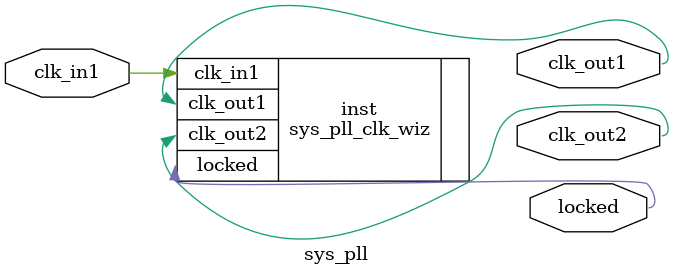
<source format=v>


`timescale 1ps/1ps

(* CORE_GENERATION_INFO = "sys_pll,clk_wiz_v5_4_3_0,{component_name=sys_pll,use_phase_alignment=true,use_min_o_jitter=false,use_max_i_jitter=false,use_dyn_phase_shift=false,use_inclk_switchover=false,use_dyn_reconfig=false,enable_axi=0,feedback_source=FDBK_AUTO,PRIMITIVE=MMCM,num_out_clk=2,clkin1_period=20.000,clkin2_period=10.0,use_power_down=false,use_reset=false,use_locked=true,use_inclk_stopped=false,feedback_type=SINGLE,CLOCK_MGR_TYPE=NA,manual_override=false}" *)

module sys_pll 
 (
  // Clock out ports
  output        clk_out1,
  output        clk_out2,
  // Status and control signals
  output        locked,
 // Clock in ports
  input         clk_in1
 );

  sys_pll_clk_wiz inst
  (
  // Clock out ports  
  .clk_out1(clk_out1),
  .clk_out2(clk_out2),
  // Status and control signals               
  .locked(locked),
 // Clock in ports
  .clk_in1(clk_in1)
  );

endmodule

</source>
